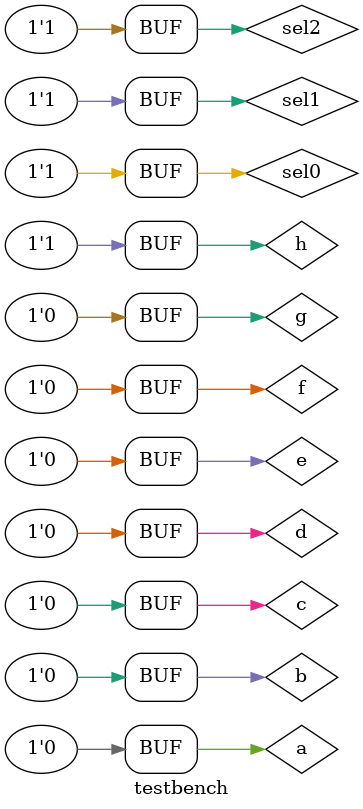
<source format=v>
`timescale 1 ns/1 ns	//time scale for simulation

module testbench;
   reg a;
   reg b;
   reg c;
   reg d;
   reg e;
   reg f;
   reg g;
   reg h;
   reg sel2;
   reg sel1;
   reg sel0;
   wire res;

   mux_8_1_1b my_mux_8_1_1b(.a(a), .b(b), .c(c), .d(d),
                            .e(e), .f(f), .g(g), .h(h),
                            .sel2(sel2), .sel1(sel1), .sel0(sel0),
                            .res(res));

   initial begin
      $dumpfile("test.vcd");
      $dumpvars(0, testbench);

      // test 0, expected result = 1
      a = 1; b = 0; c = 0; d = 0;
      e = 0; f = 0; g = 0; h = 0;
      sel2 = 0;
      sel1 = 0;
      sel0 = 0;
      #21;

      // test 1, expected result = 0
      a = 1; b = 0; c = 1; d = 1;
      e = 1; f = 1; g = 1; h = 1;
      sel2 = 0;
      sel1 = 0;
      sel0 = 1;
      #21;

      // test 2, expected result = 1
      a = 0; b = 0; c = 1; d = 0;
      e = 0; f = 0; g = 0; h = 0;
      sel2 = 0;
      sel1 = 1;
      sel0 = 0;
      #21;

      // test 3, expected result = 0
      a = 1; b = 1; c = 1; d = 0;
      e = 1; f = 1; g = 1; h = 1;
      sel2 = 0;
      sel1 = 1;
      sel0 = 1;
      #21;

      // test 4, expected result = 0
      a = 1; b = 1; c = 1; d = 1;
      e = 0; f = 1; g = 1; h = 1;
      sel2 = 1;
      sel1 = 0;
      sel0 = 0;
      #21;

      // test 5, expected result = 1
      a = 0; b = 0; c = 0; d = 0;
      e = 0; f = 1; g = 0; h = 0;
      sel2 = 1;
      sel1 = 0;
      sel0 = 1;
      #21;

      // test 6, expected result = 0
      a = 1; b = 1; c = 1; d = 1;
      e = 1; f = 1; g = 0; h = 1;
      sel2 = 1;
      sel1 = 1;
      sel0 = 0;
      #21;

      // test 7, expected result = 1
      a = 0; b = 0; c = 0; d = 0;
      e = 0; f = 0; g = 0; h = 1;
      sel2 = 1;
      sel1 = 1;
      sel0 = 1;
      #21;
   end
endmodule

</source>
